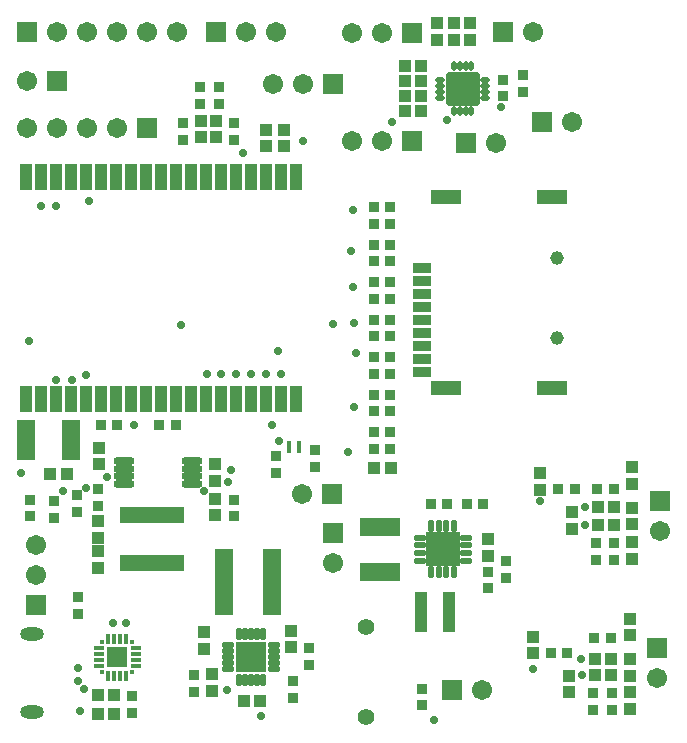
<source format=gts>
%FSTAX23Y23*%
%MOIN*%
%SFA1B1*%

%IPPOS*%
%AMD49*
4,1,8,-0.015800,0.002900,-0.015800,-0.002900,-0.009800,-0.008900,0.009800,-0.008900,0.015800,-0.002900,0.015800,0.002900,0.009800,0.008900,-0.009800,0.008900,-0.015800,0.002900,0.0*
1,1,0.011940,-0.009800,0.002900*
1,1,0.011940,-0.009800,-0.002900*
1,1,0.011940,0.009800,-0.002900*
1,1,0.011940,0.009800,0.002900*
%
%AMD50*
4,1,8,0.002900,0.015800,-0.002900,0.015800,-0.008900,0.009800,-0.008900,-0.009800,-0.002900,-0.015800,0.002900,-0.015800,0.008900,-0.009800,0.008900,0.009800,0.002900,0.015800,0.0*
1,1,0.011940,0.002900,0.009800*
1,1,0.011940,-0.002900,0.009800*
1,1,0.011940,-0.002900,-0.009800*
1,1,0.011940,0.002900,-0.009800*
%
%AMD51*
4,1,8,0.049100,0.055200,-0.049100,0.055200,-0.055200,0.049100,-0.055200,-0.049100,-0.049100,-0.055200,0.049100,-0.055200,0.055200,-0.049100,0.055200,0.049100,0.049100,0.055200,0.0*
1,1,0.012100,0.049100,0.049100*
1,1,0.012100,-0.049100,0.049100*
1,1,0.012100,-0.049100,-0.049100*
1,1,0.012100,0.049100,-0.049100*
%
%AMD57*
4,1,8,0.015000,0.010300,-0.015000,0.010300,-0.020500,0.004700,-0.020500,-0.004700,-0.015000,-0.010300,0.015000,-0.010300,0.020500,-0.004700,0.020500,0.004700,0.015000,0.010300,0.0*
1,1,0.011160,0.015000,0.004700*
1,1,0.011160,-0.015000,0.004700*
1,1,0.011160,-0.015000,-0.004700*
1,1,0.011160,0.015000,-0.004700*
%
%AMD58*
4,1,8,-0.010300,0.015000,-0.010300,-0.015000,-0.004700,-0.020500,0.004700,-0.020500,0.010300,-0.015000,0.010300,0.015000,0.004700,0.020500,-0.004700,0.020500,-0.010300,0.015000,0.0*
1,1,0.011160,-0.004700,0.015000*
1,1,0.011160,-0.004700,-0.015000*
1,1,0.011160,0.004700,-0.015000*
1,1,0.011160,0.004700,0.015000*
%
%AMD59*
4,1,8,-0.026700,-0.012100,0.026700,-0.012100,0.034700,-0.004000,0.034700,0.004000,0.026700,0.012100,-0.026700,0.012100,-0.034700,0.004000,-0.034700,-0.004000,-0.026700,-0.012100,0.0*
1,1,0.016080,-0.026700,-0.004000*
1,1,0.016080,0.026700,-0.004000*
1,1,0.016080,0.026700,0.004000*
1,1,0.016080,-0.026700,0.004000*
%
%AMD61*
4,1,8,0.015600,0.009300,-0.015600,0.009300,-0.020900,0.004000,-0.020900,-0.004000,-0.015600,-0.009300,0.015600,-0.009300,0.020900,-0.004000,0.020900,0.004000,0.015600,0.009300,0.0*
1,1,0.010660,0.015600,0.004000*
1,1,0.010660,-0.015600,0.004000*
1,1,0.010660,-0.015600,-0.004000*
1,1,0.010660,0.015600,-0.004000*
%
%AMD62*
4,1,8,-0.009300,0.015600,-0.009300,-0.015600,-0.004000,-0.020900,0.004000,-0.020900,0.009300,-0.015600,0.009300,0.015600,0.004000,0.020900,-0.004000,0.020900,-0.009300,0.015600,0.0*
1,1,0.010660,-0.004000,0.015600*
1,1,0.010660,-0.004000,-0.015600*
1,1,0.010660,0.004000,-0.015600*
1,1,0.010660,0.004000,0.015600*
%
%ADD28R,0.035430X0.011810*%
%ADD29R,0.011810X0.035430*%
%ADD30R,0.011810X0.011810*%
%ADD35R,0.038580X0.133860*%
%ADD36R,0.216540X0.056300*%
%ADD42R,0.063120X0.137920*%
%ADD43R,0.038000X0.038000*%
%ADD44R,0.043430X0.039500*%
%ADD45R,0.038000X0.038000*%
%ADD46R,0.039500X0.043430*%
%ADD47R,0.063120X0.032410*%
%ADD48R,0.102490X0.051310*%
G04~CAMADD=49~8~0.0~0.0~178.4~316.2~59.7~0.0~15~0.0~0.0~0.0~0.0~0~0.0~0.0~0.0~0.0~0~0.0~0.0~0.0~90.0~316.0~178.0*
%ADD49D49*%
G04~CAMADD=50~8~0.0~0.0~178.4~316.2~59.7~0.0~15~0.0~0.0~0.0~0.0~0~0.0~0.0~0.0~0.0~0~0.0~0.0~0.0~0.0~178.4~316.2*
%ADD50D50*%
G04~CAMADD=51~8~0.0~0.0~1103.6~1103.6~60.5~0.0~15~0.0~0.0~0.0~0.0~0~0.0~0.0~0.0~0.0~0~0.0~0.0~0.0~0.0~1103.6~1103.6*
%ADD51D51*%
%ADD52R,0.015870X0.015870*%
%ADD53R,0.070870X0.070870*%
%ADD54R,0.064300X0.224530*%
%ADD55R,0.137920X0.063120*%
%ADD56R,0.114300X0.114300*%
G04~CAMADD=57~8~0.0~0.0~410.7~206.0~55.8~0.0~15~0.0~0.0~0.0~0.0~0~0.0~0.0~0.0~0.0~0~0.0~0.0~0.0~0.0~410.7~206.0*
%ADD57D57*%
G04~CAMADD=58~8~0.0~0.0~410.7~206.0~55.8~0.0~15~0.0~0.0~0.0~0.0~0~0.0~0.0~0.0~0.0~0~0.0~0.0~0.0~90.0~206.0~411.0*
%ADD58D58*%
G04~CAMADD=59~8~0.0~0.0~694.2~241.4~80.4~0.0~15~0.0~0.0~0.0~0.0~0~0.0~0.0~0.0~0.0~0~0.0~0.0~0.0~180.0~694.0~242.0*
%ADD59D59*%
%ADD60R,0.104460X0.104460*%
G04~CAMADD=61~8~0.0~0.0~418.6~186.3~53.3~0.0~15~0.0~0.0~0.0~0.0~0~0.0~0.0~0.0~0.0~0~0.0~0.0~0.0~0.0~418.6~186.3*
%ADD61D61*%
G04~CAMADD=62~8~0.0~0.0~418.6~186.3~53.3~0.0~15~0.0~0.0~0.0~0.0~0~0.0~0.0~0.0~0.0~0~0.0~0.0~0.0~90.0~186.0~418.0*
%ADD62D62*%
%ADD63R,0.043430X0.086740*%
%ADD64R,0.067060X0.067060*%
%ADD65C,0.067060*%
%ADD66C,0.045400*%
%ADD67R,0.067060X0.067060*%
%ADD68C,0.027690*%
%ADD69O,0.078870X0.043430*%
%ADD70C,0.055240*%
%LNsolears_v1-1*%
%LPD*%
G54D28*
X01303Y01364D03*
Y01344D03*
Y01325D03*
Y01305D03*
X01426D03*
Y01325D03*
Y01344D03*
Y01364D03*
G54D29*
X01335Y01273D03*
X01355D03*
X01374D03*
X01394D03*
Y01396D03*
X01374D03*
X01355D03*
X01335D03*
G54D30*
X01315Y01384D03*
X01414D03*
X01315Y01285D03*
X01414D03*
G54D35*
X0247Y01485D03*
X02376D03*
G54D36*
X0148Y0165D03*
Y0181D03*
G54D42*
X0106Y0206D03*
X01209D03*
G54D43*
X026Y0162D03*
Y01565D03*
X01705Y0318D03*
Y03235D03*
X03015Y01215D03*
Y0116D03*
X0295Y01215D03*
Y0116D03*
X0302Y01715D03*
Y0166D03*
X0296Y01715D03*
Y0166D03*
X01755Y03115D03*
Y0306D03*
X01585Y03115D03*
Y0306D03*
X0164Y03235D03*
Y0318D03*
X01895Y02005D03*
Y0195D03*
X02025Y02025D03*
Y0197D03*
X01415Y01205D03*
Y0115D03*
X01235Y01535D03*
Y0148D03*
X0123Y0182D03*
Y01875D03*
X01075Y01805D03*
Y0186D03*
X01155Y018D03*
Y01855D03*
X01755Y01805D03*
Y0186D03*
X013Y01895D03*
Y0184D03*
X0162Y0122D03*
Y01275D03*
X02005Y0131D03*
Y01365D03*
X0195Y01255D03*
Y012D03*
X0238Y01175D03*
Y0123D03*
X02651Y03205D03*
Y0326D03*
X02716Y0322D03*
Y03275D03*
X0266Y016D03*
Y01655D03*
G54D44*
X0288Y01817D03*
Y01762D03*
X0308Y01717D03*
Y01662D03*
Y01832D03*
Y01777D03*
Y01967D03*
Y01912D03*
X02775Y01947D03*
Y01892D03*
X0287Y01272D03*
Y01217D03*
X03075Y01462D03*
Y01407D03*
X0275Y01402D03*
Y01347D03*
X03075Y01327D03*
Y01272D03*
Y01217D03*
Y01162D03*
X01695Y03122D03*
Y03067D03*
X01645Y03122D03*
Y03067D03*
X0192Y03092D03*
Y03037D03*
X0186Y03092D03*
Y03037D03*
X02431Y03447D03*
Y03392D03*
X02541Y03447D03*
Y03392D03*
X02486Y03447D03*
Y03392D03*
X013Y01632D03*
Y01687D03*
Y01732D03*
Y01787D03*
X0169Y01922D03*
Y01977D03*
Y01807D03*
Y01862D03*
X01305Y01977D03*
Y02032D03*
X01945Y01422D03*
Y01367D03*
X0168Y01222D03*
Y01277D03*
X01655Y01417D03*
Y01362D03*
X026Y01727D03*
Y01672D03*
G54D45*
X0222Y02835D03*
X02275D03*
X0222Y0278D03*
X02275D03*
X0222Y0271D03*
X02275D03*
X0222Y02655D03*
X02275D03*
X0222Y02585D03*
X02275D03*
X0222Y0253D03*
X02275D03*
X0222Y0246D03*
X02275D03*
X0222Y02405D03*
X02275D03*
X0222Y02335D03*
X02275D03*
X0222Y0228D03*
X02275D03*
X0222Y0221D03*
X02275D03*
X0222Y0203D03*
X02275D03*
Y02085D03*
X0222D03*
Y02155D03*
X02275D03*
X01365Y0211D03*
X0131D03*
X0156D03*
X01505D03*
X02835Y01895D03*
X0289D03*
X02965D03*
X0302D03*
X02955Y014D03*
X0301D03*
X0281Y0135D03*
X02865D03*
X02585Y01845D03*
X0253D03*
X02465D03*
X0241D03*
G54D46*
X02222Y01965D03*
X02277D03*
X02967Y01775D03*
X03022D03*
X02967Y01835D03*
X03022D03*
X02957Y01275D03*
X03012D03*
X02957Y0133D03*
X03012D03*
X01197Y01945D03*
X01142D03*
X02378Y03255D03*
X02323D03*
X02378Y03305D03*
X02323D03*
X02378Y03205D03*
X02323D03*
X02378Y03155D03*
X02323D03*
X013Y0121D03*
X01355D03*
X013Y01145D03*
X01355D03*
X01842Y0119D03*
X01787D03*
G54D47*
X0238Y02632D03*
Y02589D03*
Y02546D03*
Y02502D03*
Y02459D03*
Y02416D03*
Y02372D03*
Y02329D03*
Y02286D03*
G54D48*
X02813Y02231D03*
X02459D03*
Y02867D03*
X02813D03*
G54D49*
X02441Y03259D03*
Y03239D03*
Y0322D03*
Y032D03*
X02591D03*
Y0322D03*
Y03239D03*
Y03259D03*
G54D50*
X02486Y03155D03*
X02506D03*
X02526D03*
X02545D03*
Y03304D03*
X02526D03*
X02506D03*
X02486D03*
G54D51*
X02516Y0323D03*
G54D52*
X01972Y02021D03*
Y02035D03*
Y02048D03*
X01937D03*
Y02035D03*
Y02021D03*
G54D53*
X01365Y01335D03*
G54D54*
X01879Y01585D03*
X0172D03*
G54D55*
X0224Y01769D03*
Y0162D03*
G54D56*
X0245Y01695D03*
G54D57*
X02526Y01733D03*
Y01707D03*
Y01682D03*
Y01656D03*
X02373D03*
Y01682D03*
Y01707D03*
Y01733D03*
G54D58*
X02411Y01771D03*
X02437D03*
X02462D03*
X02488D03*
Y01618D03*
X02462D03*
X02437D03*
X02411D03*
G54D59*
X01613Y01988D03*
Y01962D03*
Y01937D03*
Y01911D03*
X01386D03*
Y01937D03*
Y01962D03*
Y01988D03*
G54D60*
X0181Y01335D03*
G54D61*
X01886Y01374D03*
Y01354D03*
Y01335D03*
Y01315D03*
Y01295D03*
X01733D03*
Y01315D03*
Y01335D03*
Y01354D03*
Y01374D03*
G54D62*
X0177Y01411D03*
X0179D03*
X0181D03*
X01829D03*
X01849D03*
Y01258D03*
X01829D03*
X0181D03*
X0179D03*
X0177D03*
G54D63*
X0106Y02935D03*
X0111D03*
X0116D03*
X0121D03*
X0126D03*
X0131D03*
X0136D03*
X0141D03*
X0146D03*
X0151D03*
X0156D03*
X0161D03*
X0166D03*
X0171D03*
X0176D03*
X0181D03*
X0186D03*
X0191D03*
X0196D03*
X0106Y02195D03*
X0111D03*
X0116D03*
X0121D03*
X0126D03*
X0131D03*
X0136D03*
X0141D03*
X0146D03*
X0151D03*
X0156D03*
X0161D03*
X0166D03*
X0171D03*
X0176D03*
X0181D03*
X0186D03*
X0191D03*
X0196D03*
G54D64*
X01065Y0342D03*
X02781Y0312D03*
X0248Y01225D03*
X02526Y0305D03*
X02346Y03415D03*
X02651Y0342D03*
X01695D03*
X02346Y03055D03*
X02085Y03245D03*
X0208Y0188D03*
X01465Y031D03*
X01165Y03255D03*
G54D65*
X01165Y0342D03*
X01265D03*
X01365D03*
X01465D03*
X01565D03*
X02881Y0312D03*
X02085Y0165D03*
X0258Y01225D03*
X02626Y0305D03*
X01095Y0171D03*
Y0161D03*
X02246Y03415D03*
X02146D03*
X02751Y0342D03*
X01795D03*
X01895D03*
X02246Y03055D03*
X02146D03*
X03165Y01265D03*
X01985Y03245D03*
X01885D03*
X0198Y0188D03*
X03175Y01755D03*
X01065Y031D03*
X01165D03*
X01265D03*
X01365D03*
X01065Y03255D03*
G54D66*
X0283Y02397D03*
Y02665D03*
G54D67*
X02085Y0175D03*
X01095Y0151D03*
X03165Y01365D03*
X03175Y01855D03*
G54D68*
X01079Y01151D03*
Y01411D03*
X01985Y03055D03*
X01239Y01155D03*
X01905Y02055D03*
X0188Y0211D03*
X02465Y03125D03*
X0142Y0211D03*
X01845Y0114D03*
X0173Y01225D03*
X0127Y02855D03*
X02645Y0317D03*
X0228Y0312D03*
X01785Y03015D03*
X02135Y0202D03*
X02155Y0217D03*
X0216Y0235D03*
X02155Y0245D03*
X0215Y0257D03*
X02145Y0269D03*
X0215Y02825D03*
X02085Y02445D03*
X01577Y02442D03*
X019Y02355D03*
X0126Y02275D03*
X0107Y0239D03*
X0242Y01125D03*
X01045Y0195D03*
X0186Y0228D03*
X0181D03*
X0191D03*
X0176D03*
X01665D03*
X0171D03*
X01735Y0192D03*
X0133Y01935D03*
X01745Y0196D03*
X01655Y0189D03*
X0126Y019D03*
X01185Y0189D03*
X0111Y0284D03*
X0116D03*
X0135Y0145D03*
X01395D03*
X01215Y0226D03*
X0116D03*
X02925Y01775D03*
Y01835D03*
X02775Y01855D03*
X02912Y0133D03*
X02915Y01275D03*
X0275Y01295D03*
X01255Y0123D03*
X01235Y013D03*
Y01255D03*
X02516Y03188D03*
Y03271D03*
X02475Y0323D03*
X02557D03*
X02516D03*
G54D69*
X01079Y01151D03*
Y01411D03*
G54D70*
X02195Y01435D03*
Y01135D03*
M02*
</source>
